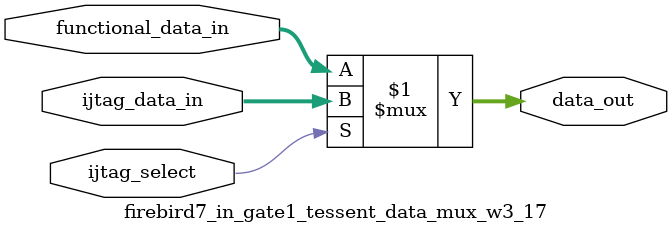
<source format=sv>

module firebird7_in_gate1_tessent_data_mux_w3_17 (
  input wire ijtag_select,
  input wire [2:0]  functional_data_in,
  input wire [2:0]  ijtag_data_in,
  output wire [2:0] data_out
);
assign data_out = (ijtag_select) ? ijtag_data_in : functional_data_in;
endmodule

</source>
